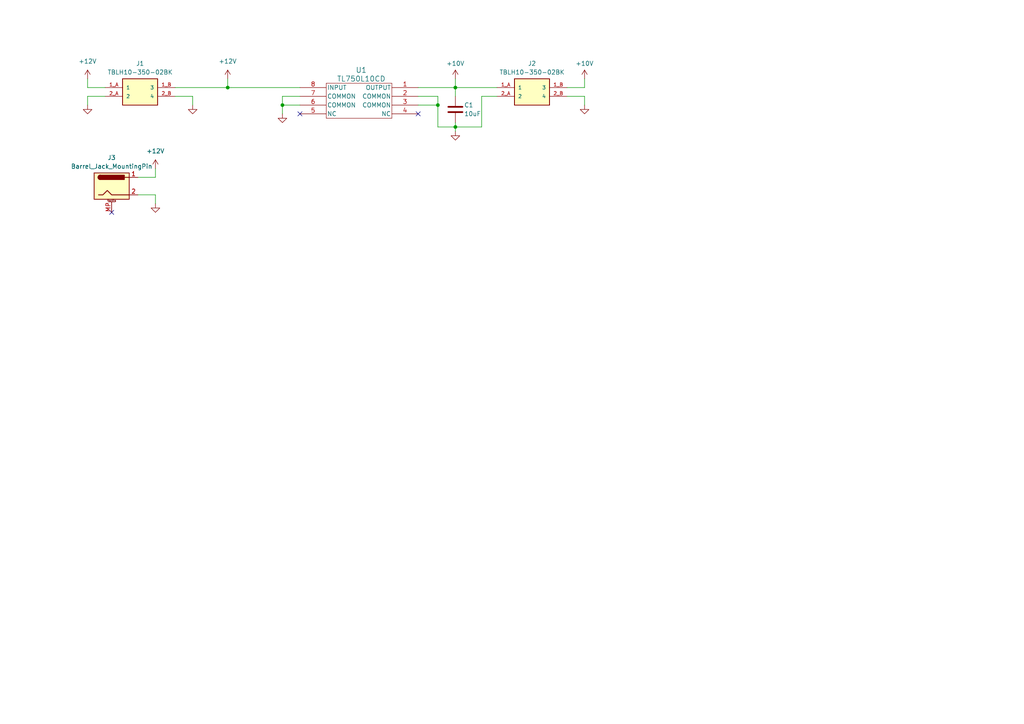
<source format=kicad_sch>
(kicad_sch (version 20230121) (generator eeschema)
  (paper "A4")
  (lib_symbols
    (symbol "Connector:Barrel_Jack_MountingPin" (pin_names hide)
      (property "Reference" "J" (at 0 5.334 0))
      (property "Value" "Barrel_Jack_MountingPin" (at 1.27 -6.35 0))
      (symbol "Barrel_Jack_MountingPin_0_1"
        (rectangle (start -5.08 3.81) (end 5.08 -3.81) (stroke (width 0.254)) (fill (type background)))
        (arc (start -3.302 3.175) (mid -3.9343 2.54) (end -3.302 1.905) (stroke (width 0.254)))
        (arc (start -3.302 3.175) (mid -3.9343 2.54) (end -3.302 1.905) (stroke (width 0.254)) (fill (type outline)))
        (polyline (pts (xy 5.08 2.54) (xy 3.81 2.54)) (stroke (width 0.254)))
        (polyline (pts (xy -3.81 -2.54) (xy -2.54 -2.54) (xy -1.27 -1.27) (xy 0 -2.54) (xy 2.54 -2.54) (xy 5.08 -2.54)) (stroke (width 0.254)))
        (rectangle (start 3.683 3.175) (end -3.302 1.905) (stroke (width 0.254)) (fill (type outline)))
      )
      (symbol "Barrel_Jack_MountingPin_1_1"
        (polyline (pts (xy -1.016 -4.572) (xy 1.016 -4.572)) (stroke (width 0.1524)))
        (text "Mounting" (at 0 -4.191 0) (effects (font (size 0.381 0.381))))
        (pin passive line (at 7.62 2.54 180) (length 2.54) (name "~") (number "1"))
        (pin passive line (at 7.62 -2.54 180) (length 2.54) (name "~") (number "2"))
        (pin passive line (at 0 -7.62 90) (length 3.048) (name "MountPin") (number "MP"))
      )
    )
    (symbol "Device:C" (pin_numbers hide) (pin_names (offset 0.254))
      (property "Reference" "C" (at 0.635 2.54 0))
      (property "Value" "C" (at 0.635 -2.54 0))
      (symbol "C_0_1"
        (polyline (pts (xy -2.032 -0.762) (xy 2.032 -0.762)) (stroke (width 0.508)))
        (polyline (pts (xy -2.032 0.762) (xy 2.032 0.762)) (stroke (width 0.508)))
      )
      (symbol "C_1_1"
        (pin passive line (at 0 3.81 270) (length 2.794) (name "~") (number "1"))
        (pin passive line (at 0 -3.81 90) (length 2.794) (name "~") (number "2"))
      )
    )
    (symbol "TBLH10_350_02BK:TBLH10-350-02BK" (pin_names (offset 1.016))
      (property "Reference" "J" (at -5.58 5.08 0))
      (property "Value" "TBLH10-350-02BK" (at -5.08 -5.08 0))
      (symbol "TBLH10-350-02BK_0_0"
        (rectangle (start -5.08 5.08) (end 5.08 -2.54) (stroke (width 0.254)) (fill (type background)))
        (pin passive line (at -10.16 2.54 0) (length 5.08) (name "1") (number "1_A"))
        (pin passive line (at -10.16 0 0) (length 5.08) (name "2") (number "2_A"))
      )
      (symbol "TBLH10-350-02BK_1_0"
        (pin passive line (at 10.16 2.54 180) (length 5.08) (name "3") (number "1_B"))
        (pin passive line (at 10.16 0 180) (length 5.08) (name "4") (number "2_B"))
      )
    )
    (symbol "TL750L10CD:TL750L10CD" (pin_names (offset 0.254))
      (property "Reference" "U1" (at 35.56 9.525 0))
      (property "Value" "TL750L10CD" (at 35.56 6.985 0))
      (symbol "TL750L10CD_0_1"
        (polyline (pts (xy 7.62 -8.89) (xy 26.67 -8.89)) (stroke (width 0.127)))
        (polyline (pts (xy 7.62 1.27) (xy 7.62 -8.89)) (stroke (width 0.127)))
        (polyline (pts (xy 26.67 -8.89) (xy 26.67 1.27)) (stroke (width 0.127)))
        (polyline (pts (xy 26.67 1.27) (xy 7.62 1.27)) (stroke (width 0.127)))
        (pin output line (at 0 0 0) (length 7.62) (name "OUTPUT") (number "1"))
        (pin unspecified line (at 0 -2.54 0) (length 7.62) (name "COMMON") (number "2"))
        (pin unspecified line (at 0 -5.08 0) (length 7.62) (name "COMMON") (number "3"))
        (pin unspecified line (at 0 -7.62 0) (length 7.62) (name "NC") (number "4"))
        (pin unspecified line (at 34.29 -7.62 180) (length 7.62) (name "NC") (number "5"))
        (pin unspecified line (at 34.29 -5.08 180) (length 7.62) (name "COMMON") (number "6"))
        (pin unspecified line (at 34.29 -2.54 180) (length 7.62) (name "COMMON") (number "7"))
        (pin input line (at 34.29 0 180) (length 7.62) (name "INPUT") (number "8"))
      )
    )
    (symbol "power:+10V" (power) (pin_names (offset 0))
      (property "Value" "+10V" (at 0 3.556 0))
      (symbol "+10V_0_1"
        (polyline (pts (xy -0.762 1.27) (xy 0 2.54)))
        (polyline (pts (xy 0 0) (xy 0 2.54)))
        (polyline (pts (xy 0 2.54) (xy 0.762 1.27)))
      )
      (symbol "+10V_1_1"
        (pin power_in line (at 0 0 90) (length 0) hide (name "+10V") (number "1"))
      )
    )
    (symbol "power:+12V" (power) (pin_names (offset 0))
      (property "Value" "+12V" (at 0 3.556 0))
      (symbol "+12V_0_1"
        (polyline (pts (xy -0.762 1.27) (xy 0 2.54)))
        (polyline (pts (xy 0 0) (xy 0 2.54)))
        (polyline (pts (xy 0 2.54) (xy 0.762 1.27)))
      )
      (symbol "+12V_1_1"
        (pin power_in line (at 0 0 90) (length 0) hide (name "+12V") (number "1"))
      )
    )
    (symbol "power:GND" (power) (pin_names (offset 0))
      (property "Value" "GND" (at 0 -3.81 0))
      (symbol "GND_0_1"
        (polyline (pts (xy 0 0) (xy 0 -1.27) (xy 1.27 -1.27) (xy 0 -2.54) (xy -1.27 -1.27) (xy 0 -1.27)))
      )
      (symbol "GND_1_1"
        (pin power_in line (at 0 0 270) (length 0) hide (name "GND") (number "1"))
      )
    )
  )
  (junction (at 81.915 30.48))
  (junction (at 132.08 25.4))
  (junction (at 66.04 25.4))
  (junction (at 132.08 36.83))
  (junction (at 127 30.48))
  (no_connect (at 86.995 33.02))
  (no_connect (at 32.385 61.595))
  (no_connect (at 121.285 33.02))
  (wire (pts (xy 169.545 27.94) (xy 169.545 30.48)))
  (wire (pts (xy 25.4 27.94) (xy 25.4 30.48)))
  (wire (pts (xy 139.7 36.83) (xy 132.08 36.83)))
  (wire (pts (xy 50.8 27.94) (xy 55.88 27.94)))
  (wire (pts (xy 132.08 36.83) (xy 132.08 35.56)))
  (wire (pts (xy 86.995 30.48) (xy 81.915 30.48)))
  (wire (pts (xy 164.465 25.4) (xy 169.545 25.4)))
  (wire (pts (xy 132.08 38.1) (xy 132.08 36.83)))
  (wire (pts (xy 66.04 25.4) (xy 86.995 25.4)))
  (wire (pts (xy 132.08 27.94) (xy 132.08 25.4)))
  (wire (pts (xy 40.005 56.515) (xy 45.085 56.515)))
  (wire (pts (xy 132.08 25.4) (xy 132.08 22.86)))
  (wire (pts (xy 86.995 27.94) (xy 81.915 27.94)))
  (wire (pts (xy 127 27.94) (xy 127 30.48)))
  (wire (pts (xy 45.085 51.435) (xy 45.085 48.895)))
  (wire (pts (xy 45.085 56.515) (xy 45.085 59.055)))
  (wire (pts (xy 66.04 25.4) (xy 66.04 22.86)))
  (wire (pts (xy 30.48 27.94) (xy 25.4 27.94)))
  (wire (pts (xy 132.08 25.4) (xy 144.145 25.4)))
  (wire (pts (xy 127 36.83) (xy 132.08 36.83)))
  (wire (pts (xy 55.88 27.94) (xy 55.88 30.48)))
  (wire (pts (xy 25.4 25.4) (xy 25.4 22.86)))
  (wire (pts (xy 50.8 25.4) (xy 66.04 25.4)))
  (wire (pts (xy 40.005 51.435) (xy 45.085 51.435)))
  (wire (pts (xy 81.915 27.94) (xy 81.915 30.48)))
  (wire (pts (xy 121.285 30.48) (xy 127 30.48)))
  (wire (pts (xy 30.48 25.4) (xy 25.4 25.4)))
  (wire (pts (xy 121.285 27.94) (xy 127 27.94)))
  (wire (pts (xy 164.465 27.94) (xy 169.545 27.94)))
  (wire (pts (xy 127 30.48) (xy 127 36.83)))
  (wire (pts (xy 139.7 27.94) (xy 139.7 36.83)))
  (wire (pts (xy 121.285 25.4) (xy 132.08 25.4)))
  (wire (pts (xy 169.545 25.4) (xy 169.545 22.86)))
  (wire (pts (xy 81.915 30.48) (xy 81.915 33.02)))
  (wire (pts (xy 144.145 27.94) (xy 139.7 27.94)))
  (symbol (lib_id "power:+12V") (at 45.085 48.895 0) (mirror y) (unit 1)
    (property "Reference" "#PWR08" (effects hide))
    (property "Value" "+12V" (at 45.085 43.815 0))
  )
  (symbol (lib_id "power:GND") (at 81.915 33.02 0) (unit 1)
    (property "Reference" "#PWR02" (effects hide))
    (property "Value" "GND" (effects hide))
  )
  (symbol (lib_id "power:+12V") (at 66.04 22.86 0) (unit 1)
    (property "Reference" "#PWR06" (effects hide))
    (property "Value" "+12V" (at 66.04 17.78 0))
  )
  (symbol (lib_id "power:GND") (at 45.085 59.055 0) (mirror y) (unit 1)
    (property "Reference" "#PWR011" (effects hide))
    (property "Value" "GND" (effects hide))
  )
  (symbol (lib_id "power:GND") (at 25.4 30.48 0) (unit 1)
    (property "Reference" "#PWR03" (effects hide))
    (property "Value" "GND" (effects hide))
  )
  (symbol (lib_id "TBLH10_350_02BK:TBLH10-350-02BK") (at 154.305 27.94 0) (unit 1)
    (property "Reference" "J2" (at 154.305 18.415 0))
    (property "Value" "TBLH10-350-02BK" (at 154.305 20.955 0))
    (property "Footprint" "TBLH10_350_02BK:CUI_TBLH10-350-02BK" (effects hide))
    (property "STANDARD" "Manufacturer Recommendations" (effects hide))
    (property "MANUFACTURER" "CUI" (effects hide))
  )
  (symbol (lib_id "Device:C") (at 132.08 31.75 0) (unit 1)
    (property "Reference" "C1" (at 134.62 30.48 0) (effects (justify left)))
    (property "Value" "10uF" (at 134.62 33.02 0) (effects (justify left)))
    (property "Footprint" "Capacitor_SMD:C_01005_0402Metric_Pad0.57x0.30mm_HandSolder" (effects hide))
  )
  (symbol (lib_id "power:GND") (at 169.545 30.48 0) (mirror y) (unit 1)
    (property "Reference" "#PWR07" (effects hide))
    (property "Value" "GND" (effects hide))
  )
  (symbol (lib_id "power:GND") (at 132.08 38.1 0) (mirror y) (unit 1)
    (property "Reference" "#PWR01" (effects hide))
    (property "Value" "GND" (effects hide))
  )
  (symbol (lib_id "power:+12V") (at 25.4 22.86 0) (unit 1)
    (property "Reference" "#PWR05" (effects hide))
    (property "Value" "+12V" (at 25.4 17.78 0))
  )
  (symbol (lib_id "TL750L10CD:TL750L10CD") (at 121.285 25.4 0) (mirror y) (unit 1)
    (property "Reference" "U1" (at 104.775 20.32 0) (effects (font (size 1.524 1.524))))
    (property "Value" "TL750L10CD" (at 104.775 22.86 0) (effects (font (size 1.524 1.524))))
    (property "Footprint" "TL750L10CD:D8_TEX" (effects hide))
    (property "Datasheet" "TL750L10CD" (effects hide))
  )
  (symbol (lib_id "power:+10V") (at 132.08 22.86 0) (unit 1)
    (property "Reference" "#PWR09" (effects hide))
    (property "Value" "+10V" (at 132.08 18.415 0))
  )
  (symbol (lib_id "TBLH10_350_02BK:TBLH10-350-02BK") (at 40.64 27.94 0) (unit 1)
    (property "Reference" "J1" (at 40.64 18.415 0))
    (property "Value" "TBLH10-350-02BK" (at 40.64 20.955 0))
    (property "Footprint" "TBLH10_350_02BK:CUI_TBLH10-350-02BK" (effects hide))
    (property "STANDARD" "Manufacturer Recommendations" (effects hide))
    (property "MANUFACTURER" "CUI" (effects hide))
  )
  (symbol (lib_id "power:+10V") (at 169.545 22.86 0) (unit 1)
    (property "Reference" "#PWR010" (effects hide))
    (property "Value" "+10V" (at 169.545 18.415 0))
  )
  (symbol (lib_id "power:GND") (at 55.88 30.48 0) (mirror y) (unit 1)
    (property "Reference" "#PWR04" (effects hide))
    (property "Value" "GND" (effects hide))
  )
  (symbol (lib_id "Connector:Barrel_Jack_MountingPin") (at 32.385 53.975 0) (unit 1)
    (property "Reference" "J3" (at 32.385 45.72 0))
    (property "Value" "Barrel_Jack_MountingPin" (at 32.385 48.26 0))
    (property "Footprint" "Connector_BarrelJack:BarrelJack_CLIFF_FC681465S_SMT_Horizontal" (effects hide))
  )
)
</source>
